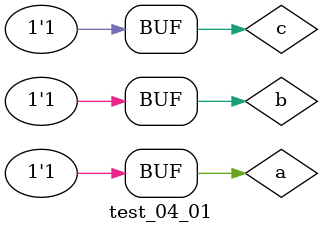
<source format=sv>
`timescale 1ns / 1ps

module test_04_01();

sillyfunction dut(a,b,c,y);

initial begin
    a=0;b=0;c=0;#10;
    c=1;#10;
    b=1;c=0;#10;
    c=1;#10;
    a=1;b=0;c=0;#10;
    c=1;#10;
    b=1;c=0;#10;
    c=1;#10;
end

endmodule

</source>
